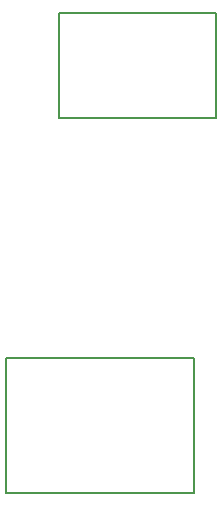
<source format=gbr>
G04 #@! TF.GenerationSoftware,KiCad,Pcbnew,(5.1.5)-2*
G04 #@! TF.CreationDate,2020-01-02T03:10:16+01:00*
G04 #@! TF.ProjectId,CDP1802_Tester,43445031-3830-4325-9f54-65737465722e,rev?*
G04 #@! TF.SameCoordinates,Original*
G04 #@! TF.FileFunction,Other,User*
%FSLAX46Y46*%
G04 Gerber Fmt 4.6, Leading zero omitted, Abs format (unit mm)*
G04 Created by KiCad (PCBNEW (5.1.5)-2) date 2020-01-02 03:10:16*
%MOMM*%
%LPD*%
G04 APERTURE LIST*
%ADD10C,0.150000*%
G04 APERTURE END LIST*
D10*
X105100001Y-50199999D02*
X89225001Y-50199999D01*
X105100001Y-61629999D02*
X89225001Y-61629999D01*
X105100001Y-61629999D02*
X105100001Y-50199999D01*
X89225001Y-61629999D02*
X89225001Y-50199999D01*
X107005001Y-29879999D02*
X107005001Y-20989999D01*
X93670001Y-20989999D02*
X107005001Y-20989999D01*
X93670001Y-29879999D02*
X93670001Y-20989999D01*
X93670001Y-29879999D02*
X107005001Y-29879999D01*
M02*

</source>
